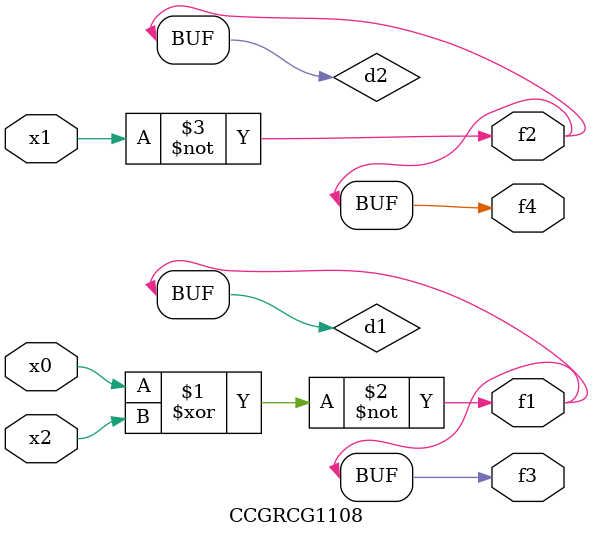
<source format=v>
module CCGRCG1108(
	input x0, x1, x2,
	output f1, f2, f3, f4
);

	wire d1, d2, d3;

	xnor (d1, x0, x2);
	nand (d2, x1);
	nor (d3, x1, x2);
	assign f1 = d1;
	assign f2 = d2;
	assign f3 = d1;
	assign f4 = d2;
endmodule

</source>
